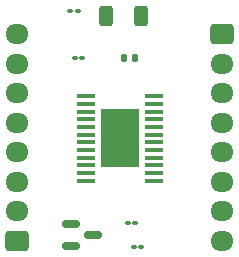
<source format=gbr>
%TF.GenerationSoftware,KiCad,Pcbnew,8.0.2-8.0.2-0~ubuntu22.04.1*%
%TF.CreationDate,2024-06-01T15:22:33+09:00*%
%TF.ProjectId,TB6612,54423636-3132-42e6-9b69-6361645f7063,rev?*%
%TF.SameCoordinates,Original*%
%TF.FileFunction,Soldermask,Top*%
%TF.FilePolarity,Negative*%
%FSLAX46Y46*%
G04 Gerber Fmt 4.6, Leading zero omitted, Abs format (unit mm)*
G04 Created by KiCad (PCBNEW 8.0.2-8.0.2-0~ubuntu22.04.1) date 2024-06-01 15:22:33*
%MOMM*%
%LPD*%
G01*
G04 APERTURE LIST*
G04 Aperture macros list*
%AMRoundRect*
0 Rectangle with rounded corners*
0 $1 Rounding radius*
0 $2 $3 $4 $5 $6 $7 $8 $9 X,Y pos of 4 corners*
0 Add a 4 corners polygon primitive as box body*
4,1,4,$2,$3,$4,$5,$6,$7,$8,$9,$2,$3,0*
0 Add four circle primitives for the rounded corners*
1,1,$1+$1,$2,$3*
1,1,$1+$1,$4,$5*
1,1,$1+$1,$6,$7*
1,1,$1+$1,$8,$9*
0 Add four rect primitives between the rounded corners*
20,1,$1+$1,$2,$3,$4,$5,0*
20,1,$1+$1,$4,$5,$6,$7,0*
20,1,$1+$1,$6,$7,$8,$9,0*
20,1,$1+$1,$8,$9,$2,$3,0*%
G04 Aperture macros list end*
%ADD10RoundRect,0.100000X-0.675000X-0.100000X0.675000X-0.100000X0.675000X0.100000X-0.675000X0.100000X0*%
%ADD11R,3.200000X5.000000*%
%ADD12RoundRect,0.250000X-0.312500X-0.625000X0.312500X-0.625000X0.312500X0.625000X-0.312500X0.625000X0*%
%ADD13RoundRect,0.100000X-0.130000X-0.100000X0.130000X-0.100000X0.130000X0.100000X-0.130000X0.100000X0*%
%ADD14RoundRect,0.250000X-0.725000X0.600000X-0.725000X-0.600000X0.725000X-0.600000X0.725000X0.600000X0*%
%ADD15O,1.950000X1.700000*%
%ADD16RoundRect,0.250000X0.725000X-0.600000X0.725000X0.600000X-0.725000X0.600000X-0.725000X-0.600000X0*%
%ADD17RoundRect,0.150000X-0.587500X-0.150000X0.587500X-0.150000X0.587500X0.150000X-0.587500X0.150000X0*%
%ADD18RoundRect,0.140000X-0.140000X-0.170000X0.140000X-0.170000X0.140000X0.170000X-0.140000X0.170000X0*%
%ADD19RoundRect,0.100000X0.130000X0.100000X-0.130000X0.100000X-0.130000X-0.100000X0.130000X-0.100000X0*%
G04 APERTURE END LIST*
D10*
%TO.C,U1*%
X140325000Y-89255000D03*
X140325000Y-89905000D03*
X140325000Y-90555000D03*
X140325000Y-91205000D03*
X140325000Y-91855000D03*
X140325000Y-92505000D03*
X140325000Y-93155000D03*
X140325000Y-93805000D03*
X140325000Y-94455000D03*
X140325000Y-95105000D03*
X140325000Y-95755000D03*
X140325000Y-96405000D03*
X146075000Y-96405000D03*
X146075000Y-95755000D03*
X146075000Y-95105000D03*
X146075000Y-94455000D03*
X146075000Y-93805000D03*
X146075000Y-93155000D03*
X146075000Y-92505000D03*
X146075000Y-91855000D03*
X146075000Y-91205000D03*
X146075000Y-90555000D03*
X146075000Y-89905000D03*
X146075000Y-89255000D03*
D11*
X143200000Y-92830000D03*
%TD*%
D12*
%TO.C,R2*%
X142037500Y-82500000D03*
X144962500Y-82500000D03*
%TD*%
D13*
%TO.C,R1*%
X144360000Y-102000000D03*
X145000000Y-102000000D03*
%TD*%
D14*
%TO.C,J2*%
X151800000Y-84000000D03*
D15*
X151800000Y-86500000D03*
X151800000Y-89000000D03*
X151800000Y-91500000D03*
X151800000Y-94000000D03*
X151800000Y-96500000D03*
X151800000Y-99000000D03*
X151800000Y-101500000D03*
%TD*%
%TO.C,J1*%
X134500000Y-84000000D03*
X134500000Y-86500000D03*
X134500000Y-89000000D03*
X134500000Y-91500000D03*
X134500000Y-94000000D03*
X134500000Y-96500000D03*
X134500000Y-99000000D03*
D16*
X134500000Y-101500000D03*
%TD*%
D17*
%TO.C,D1*%
X139062500Y-100050000D03*
X139062500Y-101950000D03*
X140937500Y-101000000D03*
%TD*%
D18*
%TO.C,C4*%
X143520000Y-86000000D03*
X144480000Y-86000000D03*
%TD*%
D13*
%TO.C,C3*%
X143860000Y-100000000D03*
X144500000Y-100000000D03*
%TD*%
%TO.C,C2*%
X139360000Y-86000000D03*
X140000000Y-86000000D03*
%TD*%
D19*
%TO.C,C1*%
X139640000Y-82000000D03*
X139000000Y-82000000D03*
%TD*%
M02*

</source>
